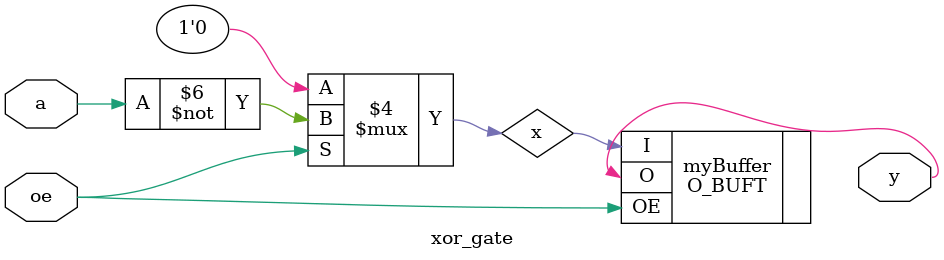
<source format=sv>
module xor_gate (
    input logic a,
    input logic oe,
    output logic y
);

    // Combinational logic
    logic x;
  always_comb begin
    if (oe)
      x = a ^ 1'b1;
    else
      x = 0;
  end
  O_BUFT #(
    .SLEW_RATE("SLOW"),
    .DELAY(0)
  ) myBuffer (
    .I(x),
    .OE(oe),
    .O(y)
  );


endmodule

</source>
